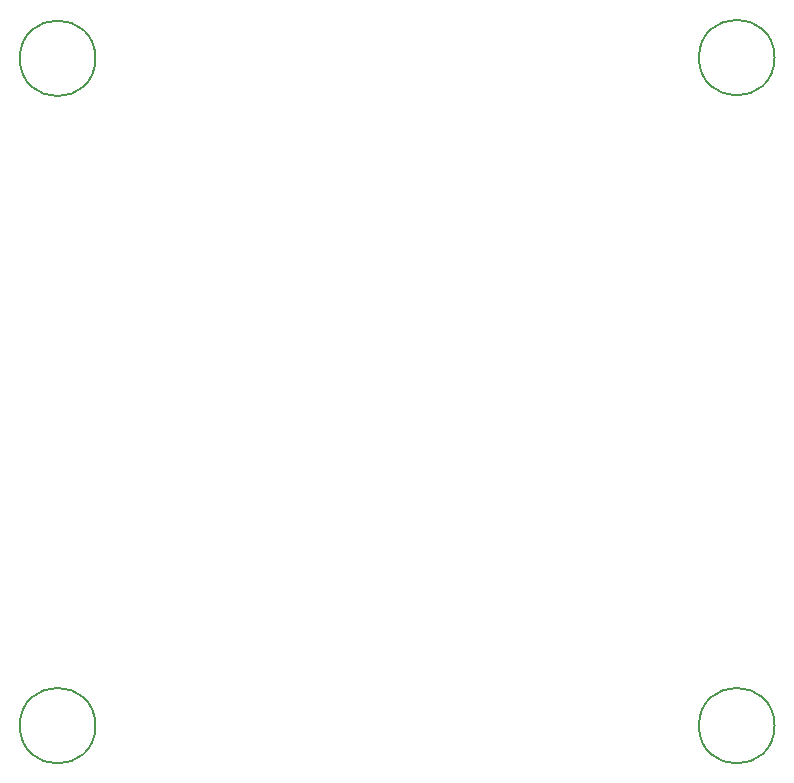
<source format=gbr>
%TF.GenerationSoftware,KiCad,Pcbnew,8.0.2*%
%TF.CreationDate,2024-10-12T15:23:14+02:00*%
%TF.ProjectId,OS-S88n,4f532d53-3838-46e2-9e6b-696361645f70,rev?*%
%TF.SameCoordinates,Original*%
%TF.FileFunction,Other,Comment*%
%FSLAX46Y46*%
G04 Gerber Fmt 4.6, Leading zero omitted, Abs format (unit mm)*
G04 Created by KiCad (PCBNEW 8.0.2) date 2024-10-12 15:23:14*
%MOMM*%
%LPD*%
G01*
G04 APERTURE LIST*
%ADD10C,0.150000*%
G04 APERTURE END LIST*
D10*
%TO.C,REF\u002A\u002A*%
X234200000Y-97000000D02*
G75*
G02*
X227800000Y-97000000I-3200000J0D01*
G01*
X227800000Y-97000000D02*
G75*
G02*
X234200000Y-97000000I3200000J0D01*
G01*
X176700000Y-97000000D02*
G75*
G02*
X170300000Y-97000000I-3200000J0D01*
G01*
X170300000Y-97000000D02*
G75*
G02*
X176700000Y-97000000I3200000J0D01*
G01*
X176700000Y-40500000D02*
G75*
G02*
X170300000Y-40500000I-3200000J0D01*
G01*
X170300000Y-40500000D02*
G75*
G02*
X176700000Y-40500000I3200000J0D01*
G01*
X234200000Y-40437776D02*
G75*
G02*
X227800000Y-40437776I-3200000J0D01*
G01*
X227800000Y-40437776D02*
G75*
G02*
X234200000Y-40437776I3200000J0D01*
G01*
%TD*%
M02*

</source>
